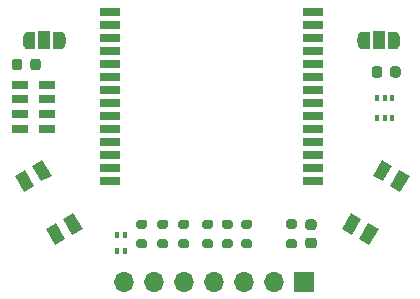
<source format=gbr>
G04 #@! TF.GenerationSoftware,KiCad,Pcbnew,(5.1.8)-1*
G04 #@! TF.CreationDate,2021-04-04T20:56:17+02:00*
G04 #@! TF.ProjectId,nrf52-sensor-tag,6e726635-322d-4736-956e-736f722d7461,rev?*
G04 #@! TF.SameCoordinates,Original*
G04 #@! TF.FileFunction,Soldermask,Top*
G04 #@! TF.FilePolarity,Negative*
%FSLAX46Y46*%
G04 Gerber Fmt 4.6, Leading zero omitted, Abs format (unit mm)*
G04 Created by KiCad (PCBNEW (5.1.8)-1) date 2021-04-04 20:56:17*
%MOMM*%
%LPD*%
G01*
G04 APERTURE LIST*
%ADD10R,0.400000X0.500000*%
%ADD11R,1.700000X0.800000*%
%ADD12C,0.100000*%
%ADD13R,1.000000X1.500000*%
%ADD14R,1.450000X0.750000*%
%ADD15R,0.300000X0.550000*%
%ADD16O,1.700000X1.700000*%
%ADD17R,1.700000X1.700000*%
G04 APERTURE END LIST*
G36*
G01*
X115523600Y-75736000D02*
X116073600Y-75736000D01*
G75*
G02*
X116273600Y-75936000I0J-200000D01*
G01*
X116273600Y-76336000D01*
G75*
G02*
X116073600Y-76536000I-200000J0D01*
G01*
X115523600Y-76536000D01*
G75*
G02*
X115323600Y-76336000I0J200000D01*
G01*
X115323600Y-75936000D01*
G75*
G02*
X115523600Y-75736000I200000J0D01*
G01*
G37*
G36*
G01*
X115523600Y-74086000D02*
X116073600Y-74086000D01*
G75*
G02*
X116273600Y-74286000I0J-200000D01*
G01*
X116273600Y-74686000D01*
G75*
G02*
X116073600Y-74886000I-200000J0D01*
G01*
X115523600Y-74886000D01*
G75*
G02*
X115323600Y-74686000I0J200000D01*
G01*
X115323600Y-74286000D01*
G75*
G02*
X115523600Y-74086000I200000J0D01*
G01*
G37*
G36*
G01*
X117301600Y-75736000D02*
X117851600Y-75736000D01*
G75*
G02*
X118051600Y-75936000I0J-200000D01*
G01*
X118051600Y-76336000D01*
G75*
G02*
X117851600Y-76536000I-200000J0D01*
G01*
X117301600Y-76536000D01*
G75*
G02*
X117101600Y-76336000I0J200000D01*
G01*
X117101600Y-75936000D01*
G75*
G02*
X117301600Y-75736000I200000J0D01*
G01*
G37*
G36*
G01*
X117301600Y-74086000D02*
X117851600Y-74086000D01*
G75*
G02*
X118051600Y-74286000I0J-200000D01*
G01*
X118051600Y-74686000D01*
G75*
G02*
X117851600Y-74886000I-200000J0D01*
G01*
X117301600Y-74886000D01*
G75*
G02*
X117101600Y-74686000I0J200000D01*
G01*
X117101600Y-74286000D01*
G75*
G02*
X117301600Y-74086000I200000J0D01*
G01*
G37*
G36*
G01*
X119629600Y-74886000D02*
X119079600Y-74886000D01*
G75*
G02*
X118879600Y-74686000I0J200000D01*
G01*
X118879600Y-74286000D01*
G75*
G02*
X119079600Y-74086000I200000J0D01*
G01*
X119629600Y-74086000D01*
G75*
G02*
X119829600Y-74286000I0J-200000D01*
G01*
X119829600Y-74686000D01*
G75*
G02*
X119629600Y-74886000I-200000J0D01*
G01*
G37*
G36*
G01*
X119629600Y-76536000D02*
X119079600Y-76536000D01*
G75*
G02*
X118879600Y-76336000I0J200000D01*
G01*
X118879600Y-75936000D01*
G75*
G02*
X119079600Y-75736000I200000J0D01*
G01*
X119629600Y-75736000D01*
G75*
G02*
X119829600Y-75936000I0J-200000D01*
G01*
X119829600Y-76336000D01*
G75*
G02*
X119629600Y-76536000I-200000J0D01*
G01*
G37*
D10*
X113670600Y-75423000D03*
X114370600Y-75423000D03*
X114370600Y-76723000D03*
X113670600Y-76723000D03*
D11*
X130339600Y-70815000D03*
X130339600Y-69715000D03*
X130339600Y-68615000D03*
X130339600Y-67515000D03*
X130339600Y-66415000D03*
X130339600Y-65315000D03*
X130339600Y-64215000D03*
X130339600Y-63115000D03*
X130339600Y-62015000D03*
X130339600Y-60915000D03*
X130339600Y-59815000D03*
X130339600Y-58715000D03*
X130339600Y-57615000D03*
X130339600Y-56515000D03*
X113139600Y-70815000D03*
X113139600Y-69715000D03*
X113139600Y-68615000D03*
X113139600Y-67515000D03*
X113139600Y-66415000D03*
X113139600Y-65315000D03*
X113139600Y-64215000D03*
X113139600Y-63115000D03*
X113139600Y-62015000D03*
X113139600Y-60915000D03*
X113139600Y-59815000D03*
X113139600Y-58715000D03*
X113139600Y-57615000D03*
X113139600Y-56515000D03*
D12*
G36*
X135114600Y-59678000D02*
G01*
X134564600Y-59678000D01*
X134564600Y-59677398D01*
X134540066Y-59677398D01*
X134491235Y-59672588D01*
X134443110Y-59663016D01*
X134396155Y-59648772D01*
X134350822Y-59629995D01*
X134307549Y-59606864D01*
X134266750Y-59579604D01*
X134228821Y-59548476D01*
X134194124Y-59513779D01*
X134162996Y-59475850D01*
X134135736Y-59435051D01*
X134112605Y-59391778D01*
X134093828Y-59346445D01*
X134079584Y-59299490D01*
X134070012Y-59251365D01*
X134065202Y-59202534D01*
X134065202Y-59178000D01*
X134064600Y-59178000D01*
X134064600Y-58678000D01*
X134065202Y-58678000D01*
X134065202Y-58653466D01*
X134070012Y-58604635D01*
X134079584Y-58556510D01*
X134093828Y-58509555D01*
X134112605Y-58464222D01*
X134135736Y-58420949D01*
X134162996Y-58380150D01*
X134194124Y-58342221D01*
X134228821Y-58307524D01*
X134266750Y-58276396D01*
X134307549Y-58249136D01*
X134350822Y-58226005D01*
X134396155Y-58207228D01*
X134443110Y-58192984D01*
X134491235Y-58183412D01*
X134540066Y-58178602D01*
X134564600Y-58178602D01*
X134564600Y-58178000D01*
X135114600Y-58178000D01*
X135114600Y-59678000D01*
G37*
D13*
X135864600Y-58928000D03*
D12*
G36*
X137164600Y-58178602D02*
G01*
X137189134Y-58178602D01*
X137237965Y-58183412D01*
X137286090Y-58192984D01*
X137333045Y-58207228D01*
X137378378Y-58226005D01*
X137421651Y-58249136D01*
X137462450Y-58276396D01*
X137500379Y-58307524D01*
X137535076Y-58342221D01*
X137566204Y-58380150D01*
X137593464Y-58420949D01*
X137616595Y-58464222D01*
X137635372Y-58509555D01*
X137649616Y-58556510D01*
X137659188Y-58604635D01*
X137663998Y-58653466D01*
X137663998Y-58678000D01*
X137664600Y-58678000D01*
X137664600Y-59178000D01*
X137663998Y-59178000D01*
X137663998Y-59202534D01*
X137659188Y-59251365D01*
X137649616Y-59299490D01*
X137635372Y-59346445D01*
X137616595Y-59391778D01*
X137593464Y-59435051D01*
X137566204Y-59475850D01*
X137535076Y-59513779D01*
X137500379Y-59548476D01*
X137462450Y-59579604D01*
X137421651Y-59606864D01*
X137378378Y-59629995D01*
X137333045Y-59648772D01*
X137286090Y-59663016D01*
X137237965Y-59672588D01*
X137189134Y-59677398D01*
X137164600Y-59677398D01*
X137164600Y-59678000D01*
X136614600Y-59678000D01*
X136614600Y-58178000D01*
X137164600Y-58178000D01*
X137164600Y-58178602D01*
G37*
G36*
X108293600Y-58178000D02*
G01*
X108843600Y-58178000D01*
X108843600Y-58178602D01*
X108868134Y-58178602D01*
X108916965Y-58183412D01*
X108965090Y-58192984D01*
X109012045Y-58207228D01*
X109057378Y-58226005D01*
X109100651Y-58249136D01*
X109141450Y-58276396D01*
X109179379Y-58307524D01*
X109214076Y-58342221D01*
X109245204Y-58380150D01*
X109272464Y-58420949D01*
X109295595Y-58464222D01*
X109314372Y-58509555D01*
X109328616Y-58556510D01*
X109338188Y-58604635D01*
X109342998Y-58653466D01*
X109342998Y-58678000D01*
X109343600Y-58678000D01*
X109343600Y-59178000D01*
X109342998Y-59178000D01*
X109342998Y-59202534D01*
X109338188Y-59251365D01*
X109328616Y-59299490D01*
X109314372Y-59346445D01*
X109295595Y-59391778D01*
X109272464Y-59435051D01*
X109245204Y-59475850D01*
X109214076Y-59513779D01*
X109179379Y-59548476D01*
X109141450Y-59579604D01*
X109100651Y-59606864D01*
X109057378Y-59629995D01*
X109012045Y-59648772D01*
X108965090Y-59663016D01*
X108916965Y-59672588D01*
X108868134Y-59677398D01*
X108843600Y-59677398D01*
X108843600Y-59678000D01*
X108293600Y-59678000D01*
X108293600Y-58178000D01*
G37*
D13*
X107543600Y-58928000D03*
D12*
G36*
X106243600Y-59677398D02*
G01*
X106219066Y-59677398D01*
X106170235Y-59672588D01*
X106122110Y-59663016D01*
X106075155Y-59648772D01*
X106029822Y-59629995D01*
X105986549Y-59606864D01*
X105945750Y-59579604D01*
X105907821Y-59548476D01*
X105873124Y-59513779D01*
X105841996Y-59475850D01*
X105814736Y-59435051D01*
X105791605Y-59391778D01*
X105772828Y-59346445D01*
X105758584Y-59299490D01*
X105749012Y-59251365D01*
X105744202Y-59202534D01*
X105744202Y-59178000D01*
X105743600Y-59178000D01*
X105743600Y-58678000D01*
X105744202Y-58678000D01*
X105744202Y-58653466D01*
X105749012Y-58604635D01*
X105758584Y-58556510D01*
X105772828Y-58509555D01*
X105791605Y-58464222D01*
X105814736Y-58420949D01*
X105841996Y-58380150D01*
X105873124Y-58342221D01*
X105907821Y-58307524D01*
X105945750Y-58276396D01*
X105986549Y-58249136D01*
X106029822Y-58226005D01*
X106075155Y-58207228D01*
X106122110Y-58192984D01*
X106170235Y-58183412D01*
X106219066Y-58178602D01*
X106243600Y-58178602D01*
X106243600Y-58178000D01*
X106793600Y-58178000D01*
X106793600Y-59678000D01*
X106243600Y-59678000D01*
X106243600Y-59677398D01*
G37*
D14*
X107797600Y-62671000D03*
X107797600Y-63921000D03*
X107797600Y-65171000D03*
X107797600Y-66421000D03*
X105497600Y-66421000D03*
X105497600Y-65171000D03*
X105497600Y-63921000D03*
X105497600Y-62671000D03*
D15*
X135722600Y-63768000D03*
X136372600Y-63768000D03*
X137022600Y-63768000D03*
X137022600Y-65518000D03*
X136372600Y-65518000D03*
X135722600Y-65518000D03*
G36*
G01*
X136824600Y-61845000D02*
X136824600Y-61345000D01*
G75*
G02*
X137049600Y-61120000I225000J0D01*
G01*
X137499600Y-61120000D01*
G75*
G02*
X137724600Y-61345000I0J-225000D01*
G01*
X137724600Y-61845000D01*
G75*
G02*
X137499600Y-62070000I-225000J0D01*
G01*
X137049600Y-62070000D01*
G75*
G02*
X136824600Y-61845000I0J225000D01*
G01*
G37*
G36*
G01*
X135274600Y-61845000D02*
X135274600Y-61345000D01*
G75*
G02*
X135499600Y-61120000I225000J0D01*
G01*
X135949600Y-61120000D01*
G75*
G02*
X136174600Y-61345000I0J-225000D01*
G01*
X136174600Y-61845000D01*
G75*
G02*
X135949600Y-62070000I-225000J0D01*
G01*
X135499600Y-62070000D01*
G75*
G02*
X135274600Y-61845000I0J225000D01*
G01*
G37*
G36*
G01*
X106344600Y-61210000D02*
X106344600Y-60710000D01*
G75*
G02*
X106569600Y-60485000I225000J0D01*
G01*
X107019600Y-60485000D01*
G75*
G02*
X107244600Y-60710000I0J-225000D01*
G01*
X107244600Y-61210000D01*
G75*
G02*
X107019600Y-61435000I-225000J0D01*
G01*
X106569600Y-61435000D01*
G75*
G02*
X106344600Y-61210000I0J225000D01*
G01*
G37*
G36*
G01*
X104794600Y-61210000D02*
X104794600Y-60710000D01*
G75*
G02*
X105019600Y-60485000I225000J0D01*
G01*
X105469600Y-60485000D01*
G75*
G02*
X105694600Y-60710000I0J-225000D01*
G01*
X105694600Y-61210000D01*
G75*
G02*
X105469600Y-61435000I-225000J0D01*
G01*
X105019600Y-61435000D01*
G75*
G02*
X104794600Y-61210000I0J225000D01*
G01*
G37*
D16*
X114274600Y-79362300D03*
X116814600Y-79362300D03*
X119354600Y-79362300D03*
X121894600Y-79362300D03*
X124434600Y-79362300D03*
X126974600Y-79362300D03*
D17*
X129514600Y-79362300D03*
G36*
G01*
X128748200Y-74873300D02*
X128198200Y-74873300D01*
G75*
G02*
X127998200Y-74673300I0J200000D01*
G01*
X127998200Y-74273300D01*
G75*
G02*
X128198200Y-74073300I200000J0D01*
G01*
X128748200Y-74073300D01*
G75*
G02*
X128948200Y-74273300I0J-200000D01*
G01*
X128948200Y-74673300D01*
G75*
G02*
X128748200Y-74873300I-200000J0D01*
G01*
G37*
G36*
G01*
X128748200Y-76523300D02*
X128198200Y-76523300D01*
G75*
G02*
X127998200Y-76323300I0J200000D01*
G01*
X127998200Y-75923300D01*
G75*
G02*
X128198200Y-75723300I200000J0D01*
G01*
X128748200Y-75723300D01*
G75*
G02*
X128948200Y-75923300I0J-200000D01*
G01*
X128948200Y-76323300D01*
G75*
G02*
X128748200Y-76523300I-200000J0D01*
G01*
G37*
G36*
G01*
X121661600Y-74886000D02*
X121111600Y-74886000D01*
G75*
G02*
X120911600Y-74686000I0J200000D01*
G01*
X120911600Y-74286000D01*
G75*
G02*
X121111600Y-74086000I200000J0D01*
G01*
X121661600Y-74086000D01*
G75*
G02*
X121861600Y-74286000I0J-200000D01*
G01*
X121861600Y-74686000D01*
G75*
G02*
X121661600Y-74886000I-200000J0D01*
G01*
G37*
G36*
G01*
X121661600Y-76536000D02*
X121111600Y-76536000D01*
G75*
G02*
X120911600Y-76336000I0J200000D01*
G01*
X120911600Y-75936000D01*
G75*
G02*
X121111600Y-75736000I200000J0D01*
G01*
X121661600Y-75736000D01*
G75*
G02*
X121861600Y-75936000I0J-200000D01*
G01*
X121861600Y-76336000D01*
G75*
G02*
X121661600Y-76536000I-200000J0D01*
G01*
G37*
G36*
G01*
X123312600Y-74886000D02*
X122762600Y-74886000D01*
G75*
G02*
X122562600Y-74686000I0J200000D01*
G01*
X122562600Y-74286000D01*
G75*
G02*
X122762600Y-74086000I200000J0D01*
G01*
X123312600Y-74086000D01*
G75*
G02*
X123512600Y-74286000I0J-200000D01*
G01*
X123512600Y-74686000D01*
G75*
G02*
X123312600Y-74886000I-200000J0D01*
G01*
G37*
G36*
G01*
X123312600Y-76536000D02*
X122762600Y-76536000D01*
G75*
G02*
X122562600Y-76336000I0J200000D01*
G01*
X122562600Y-75936000D01*
G75*
G02*
X122762600Y-75736000I200000J0D01*
G01*
X123312600Y-75736000D01*
G75*
G02*
X123512600Y-75936000I0J-200000D01*
G01*
X123512600Y-76336000D01*
G75*
G02*
X123312600Y-76536000I-200000J0D01*
G01*
G37*
G36*
G01*
X124963600Y-74886000D02*
X124413600Y-74886000D01*
G75*
G02*
X124213600Y-74686000I0J200000D01*
G01*
X124213600Y-74286000D01*
G75*
G02*
X124413600Y-74086000I200000J0D01*
G01*
X124963600Y-74086000D01*
G75*
G02*
X125163600Y-74286000I0J-200000D01*
G01*
X125163600Y-74686000D01*
G75*
G02*
X124963600Y-74886000I-200000J0D01*
G01*
G37*
G36*
G01*
X124963600Y-76536000D02*
X124413600Y-76536000D01*
G75*
G02*
X124213600Y-76336000I0J200000D01*
G01*
X124213600Y-75936000D01*
G75*
G02*
X124413600Y-75736000I200000J0D01*
G01*
X124963600Y-75736000D01*
G75*
G02*
X125163600Y-75936000I0J-200000D01*
G01*
X125163600Y-76336000D01*
G75*
G02*
X124963600Y-76536000I-200000J0D01*
G01*
G37*
D12*
G36*
X105830465Y-71716853D02*
G01*
X105055465Y-70374513D01*
X105921491Y-69874513D01*
X106696491Y-71216853D01*
X105830465Y-71716853D01*
G37*
G36*
X107302709Y-70866853D02*
G01*
X106527709Y-69524513D01*
X107393735Y-69024513D01*
X108168735Y-70366853D01*
X107302709Y-70866853D01*
G37*
G36*
X108455465Y-76263487D02*
G01*
X107680465Y-74921147D01*
X108546491Y-74421147D01*
X109321491Y-75763487D01*
X108455465Y-76263487D01*
G37*
G36*
X109927709Y-75413487D02*
G01*
X109152709Y-74071147D01*
X110018735Y-73571147D01*
X110793735Y-74913487D01*
X109927709Y-75413487D01*
G37*
G36*
X135854735Y-74921147D02*
G01*
X135079735Y-76263487D01*
X134213709Y-75763487D01*
X134988709Y-74421147D01*
X135854735Y-74921147D01*
G37*
G36*
X134382491Y-74071147D02*
G01*
X133607491Y-75413487D01*
X132741465Y-74913487D01*
X133516465Y-73571147D01*
X134382491Y-74071147D01*
G37*
G36*
X138479735Y-70374513D02*
G01*
X137704735Y-71716853D01*
X136838709Y-71216853D01*
X137613709Y-69874513D01*
X138479735Y-70374513D01*
G37*
G36*
X137007491Y-69524513D02*
G01*
X136232491Y-70866853D01*
X135366465Y-70366853D01*
X136141465Y-69024513D01*
X137007491Y-69524513D01*
G37*
G36*
G01*
X129874200Y-75623300D02*
X130374200Y-75623300D01*
G75*
G02*
X130599200Y-75848300I0J-225000D01*
G01*
X130599200Y-76298300D01*
G75*
G02*
X130374200Y-76523300I-225000J0D01*
G01*
X129874200Y-76523300D01*
G75*
G02*
X129649200Y-76298300I0J225000D01*
G01*
X129649200Y-75848300D01*
G75*
G02*
X129874200Y-75623300I225000J0D01*
G01*
G37*
G36*
G01*
X129874200Y-74073300D02*
X130374200Y-74073300D01*
G75*
G02*
X130599200Y-74298300I0J-225000D01*
G01*
X130599200Y-74748300D01*
G75*
G02*
X130374200Y-74973300I-225000J0D01*
G01*
X129874200Y-74973300D01*
G75*
G02*
X129649200Y-74748300I0J225000D01*
G01*
X129649200Y-74298300D01*
G75*
G02*
X129874200Y-74073300I225000J0D01*
G01*
G37*
M02*

</source>
